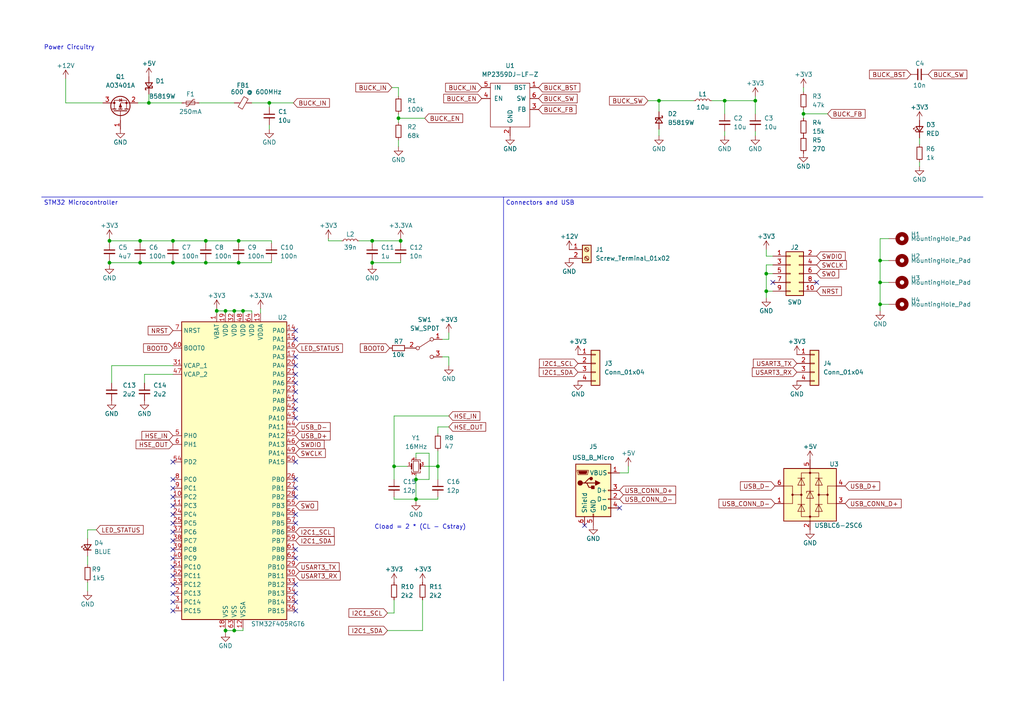
<source format=kicad_sch>
(kicad_sch (version 20230121) (generator eeschema)
  (paper "A4")
  (title_block (title "STM32F4 Test Board") (date "2020-09-25") (rev "2.0") (company "Phil's Lab"))
  (lib_symbols
    (symbol "Connector:Screw_Terminal_01x02" (pin_names (offset 1.016) hide)
      (property "Reference" "J" (at 0 2.54 0))
      (property "Value" "Screw_Terminal_01x02" (at 0 -5.08 0))
      (symbol "Screw_Terminal_01x02_1_1"
        (pin passive line (at -5.08 0 0) (length 3.81) (name "Pin_1") (number "1"))
        (pin passive line (at -5.08 -2.54 0) (length 3.81) (name "Pin_2") (number "2"))
      )
    )
    (symbol "Connector_Generic:Conn_01x04" (pin_names (offset 1.016) hide)
      (property "Reference" "J" (at 0 5.08 0))
      (property "Value" "Conn_01x04" (at 0 -7.62 0))
      (symbol "Conn_01x04_1_1"
        (pin passive line (at -5.08 2.54 0) (length 3.81) (name "Pin_1") (number "1"))
        (pin passive line (at -5.08 0 0) (length 3.81) (name "Pin_2") (number "2"))
        (pin passive line (at -5.08 -2.54 0) (length 3.81) (name "Pin_3") (number "3"))
        (pin passive line (at -5.08 -5.08 0) (length 3.81) (name "Pin_4") (number "4"))
      )
    )
    (symbol "Connector_Generic:Conn_02x05_Odd_Even" (pin_names (offset 1.016) hide)
      (property "Reference" "J" (at 1.27 7.62 0))
      (property "Value" "Conn_02x05_Odd_Even" (at 1.27 -7.62 0))
      (symbol "Conn_02x05_Odd_Even_1_1"
        (pin passive line (at -5.08 5.08 0) (length 3.81) (name "Pin_1") (number "1"))
        (pin passive line (at 7.62 -5.08 180) (length 3.81) (name "Pin_10") (number "10"))
        (pin passive line (at 7.62 5.08 180) (length 3.81) (name "Pin_2") (number "2"))
        (pin passive line (at -5.08 2.54 0) (length 3.81) (name "Pin_3") (number "3"))
        (pin passive line (at 7.62 2.54 180) (length 3.81) (name "Pin_4") (number "4"))
        (pin passive line (at -5.08 0 0) (length 3.81) (name "Pin_5") (number "5"))
        (pin passive line (at 7.62 0 180) (length 3.81) (name "Pin_6") (number "6"))
        (pin passive line (at -5.08 -2.54 0) (length 3.81) (name "Pin_7") (number "7"))
        (pin passive line (at 7.62 -2.54 180) (length 3.81) (name "Pin_8") (number "8"))
        (pin passive line (at -5.08 -5.08 0) (length 3.81) (name "Pin_9") (number "9"))
      )
    )
    (symbol "Device:C_Small" (pin_numbers hide) (pin_names (offset 0.254) hide)
      (property "Reference" "C" (at 0.254 1.778 0))
      (property "Value" "C_Small" (at 0.254 -2.032 0))
      (symbol "C_Small_1_1"
        (pin passive line (at 0 2.54 270) (length 2.032) (name "~") (number "1"))
        (pin passive line (at 0 -2.54 90) (length 2.032) (name "~") (number "2"))
      )
    )
    (symbol "Device:Crystal_GND24_Small" (pin_names (offset 1.016) hide)
      (property "Reference" "Y" (at 1.27 4.445 0))
      (property "Value" "Crystal_GND24_Small" (at 1.27 2.54 0))
      (symbol "Crystal_GND24_Small_1_1"
        (pin passive line (at -2.54 0 0) (length 1.27) (name "1") (number "1"))
        (pin passive line (at 0 -2.54 90) (length 0.635) (name "2") (number "2"))
        (pin passive line (at 2.54 0 180) (length 1.27) (name "3") (number "3"))
        (pin passive line (at 0 2.54 270) (length 0.635) (name "4") (number "4"))
      )
    )
    (symbol "Device:D_Schottky_Small" (pin_numbers hide) (pin_names (offset 0.254) hide)
      (property "Reference" "D" (at -1.27 2.032 0))
      (property "Value" "D_Schottky_Small" (at -7.112 -2.032 0))
      (symbol "D_Schottky_Small_1_1"
        (pin passive line (at -2.54 0 0) (length 1.778) (name "K") (number "1"))
        (pin passive line (at 2.54 0 180) (length 1.778) (name "A") (number "2"))
      )
    )
    (symbol "Device:LED_Small" (pin_numbers hide) (pin_names (offset 0.254) hide)
      (property "Reference" "D" (at -1.27 3.175 0))
      (property "Value" "LED_Small" (at -4.445 -2.54 0))
      (symbol "LED_Small_1_1"
        (pin passive line (at -2.54 0 0) (length 1.778) (name "K") (number "1"))
        (pin passive line (at 2.54 0 180) (length 1.778) (name "A") (number "2"))
      )
    )
    (symbol "Device:L_Small" (pin_numbers hide) (pin_names (offset 0.254) hide)
      (property "Reference" "L" (at 0.762 1.016 0))
      (property "Value" "L_Small" (at 0.762 -1.016 0))
      (symbol "L_Small_1_1"
        (pin passive line (at 0 2.54 270) (length 0.508) (name "~") (number "1"))
        (pin passive line (at 0 -2.54 90) (length 0.508) (name "~") (number "2"))
      )
    )
    (symbol "Device:Polyfuse_Small" (pin_numbers hide) (pin_names (offset 0))
      (property "Reference" "F" (at -1.905 0 90))
      (property "Value" "Polyfuse_Small" (at 1.905 0 90))
      (symbol "Polyfuse_Small_1_1"
        (pin passive line (at 0 2.54 270) (length 0.635) (name "~") (number "1"))
        (pin passive line (at 0 -2.54 90) (length 0.635) (name "~") (number "2"))
      )
    )
    (symbol "Device:R_Small" (pin_numbers hide) (pin_names (offset 0.254) hide)
      (property "Reference" "R" (at 0.762 0.508 0))
      (property "Value" "R_Small" (at 0.762 -1.016 0))
      (symbol "R_Small_1_1"
        (pin passive line (at 0 2.54 270) (length 0.762) (name "~") (number "1"))
        (pin passive line (at 0 -2.54 90) (length 0.762) (name "~") (number "2"))
      )
    )
    (symbol "Mechanical:MountingHole_Pad" (pin_numbers hide) (pin_names (offset 1.016) hide)
      (property "Reference" "H" (at 0 6.35 0))
      (property "Value" "MountingHole_Pad" (at 0 4.445 0))
      (symbol "MountingHole_Pad_1_1"
        (pin input line (at 0 -2.54 90) (length 2.54) (name "1") (number "1"))
      )
    )
    (symbol "Power_Protection:USBLC6-2SC6" (pin_names hide)
      (property "Reference" "U" (at 2.54 8.89 0))
      (property "Value" "USBLC6-2SC6" (at 2.54 -8.89 0))
      (symbol "USBLC6-2SC6_1_1"
        (pin passive line (at -10.16 -2.54 0) (length 2.54) (name "I/O1") (number "1"))
        (pin passive line (at 0 -10.16 90) (length 2.54) (name "GND") (number "2"))
        (pin passive line (at 10.16 -2.54 180) (length 2.54) (name "I/O2") (number "3"))
        (pin passive line (at 10.16 2.54 180) (length 2.54) (name "I/O2") (number "4"))
        (pin passive line (at 0 10.16 270) (length 2.54) (name "VBUS") (number "5"))
        (pin passive line (at -10.16 2.54 0) (length 2.54) (name "I/O1") (number "6"))
      )
    )
    (symbol "STM32F4_REV2-rescue:+3.3V-power" (power) (pin_names (offset 0))
      (property "Value" "+3.3V-power" (at 0 3.556 0))
      (symbol "+3.3V-power_1_1"
        (pin power_in line (at 0 0 90) (length 0) hide (name "+3V3") (number "1"))
      )
    )
    (symbol "STM32F4_REV2-rescue:Ferrite_Bead_Small-Device" (pin_numbers hide) (pin_names (offset 0))
      (property "Reference" "FB" (at 1.905 1.27 0))
      (property "Value" "Device_Ferrite_Bead_Small" (at 1.905 -1.27 0))
      (symbol "Ferrite_Bead_Small-Device_1_1"
        (pin passive line (at 0 2.54 270) (length 1.27) (name "~") (number "1"))
        (pin passive line (at 0 -2.54 90) (length 1.27) (name "~") (number "2"))
      )
    )
    (symbol "STM32F4_REV2-rescue:MP2359DJ-LF-Z-SchmillipKiCADLibrary" (pin_names (offset 1.016))
      (property "Reference" "U" (at 0 9.525 0))
      (property "Value" "SchmillipKiCADLibrary_MP2359DJ-LF-Z" (at 10.16 -6.35 0))
      (symbol "MP2359DJ-LF-Z-SchmillipKiCADLibrary_1_1"
        (pin input line (at 8.255 6.35 180) (length 2.54) (name "BST") (number "1"))
        (pin power_in line (at 0 -7.62 90) (length 2.54) (name "GND") (number "2"))
        (pin input line (at 8.255 0 180) (length 2.54) (name "FB") (number "3"))
        (pin input line (at -8.255 3.175 0) (length 2.54) (name "EN") (number "4"))
        (pin power_in line (at -8.255 6.35 0) (length 2.54) (name "IN") (number "5"))
        (pin power_out line (at 8.255 3.175 180) (length 2.54) (name "SW") (number "6"))
      )
    )
    (symbol "STM32F4_REV2-rescue:STM32F405RGTx-MCU_ST_STM32F4"
      (property "Reference" "U" (at -15.24 44.45 0))
      (property "Value" "MCU_ST_STM32F4_STM32F405RGTx" (at 10.16 44.45 0))
      (symbol "STM32F405RGTx-MCU_ST_STM32F4_1_1"
        (pin power_in line (at -5.08 45.72 270) (length 2.54) (name "VBAT") (number "1"))
        (pin bidirectional line (at -17.78 -7.62 0) (length 2.54) (name "PC2") (number "10"))
        (pin bidirectional line (at -17.78 -10.16 0) (length 2.54) (name "PC3") (number "11"))
        (pin power_in line (at 2.54 -45.72 90) (length 2.54) (name "VSSA") (number "12"))
        (pin power_in line (at 7.62 45.72 270) (length 2.54) (name "VDDA") (number "13"))
        (pin bidirectional line (at 17.78 40.64 180) (length 2.54) (name "PA0") (number "14"))
        (pin bidirectional line (at 17.78 38.1 180) (length 2.54) (name "PA1") (number "15"))
        (pin bidirectional line (at 17.78 35.56 180) (length 2.54) (name "PA2") (number "16"))
        (pin bidirectional line (at 17.78 33.02 180) (length 2.54) (name "PA3") (number "17"))
        (pin power_in line (at -2.54 -45.72 90) (length 2.54) (name "VSS") (number "18"))
        (pin power_in line (at -2.54 45.72 270) (length 2.54) (name "VDD") (number "19"))
        (pin bidirectional line (at -17.78 -35.56 0) (length 2.54) (name "PC13") (number "2"))
        (pin bidirectional line (at 17.78 30.48 180) (length 2.54) (name "PA4") (number "20"))
        (pin bidirectional line (at 17.78 27.94 180) (length 2.54) (name "PA5") (number "21"))
        (pin bidirectional line (at 17.78 25.4 180) (length 2.54) (name "PA6") (number "22"))
        (pin bidirectional line (at 17.78 22.86 180) (length 2.54) (name "PA7") (number "23"))
        (pin bidirectional line (at -17.78 -12.7 0) (length 2.54) (name "PC4") (number "24"))
        (pin bidirectional line (at -17.78 -15.24 0) (length 2.54) (name "PC5") (number "25"))
        (pin bidirectional line (at 17.78 -2.54 180) (length 2.54) (name "PB0") (number "26"))
        (pin bidirectional line (at 17.78 -5.08 180) (length 2.54) (name "PB1") (number "27"))
        (pin bidirectional line (at 17.78 -7.62 180) (length 2.54) (name "PB2") (number "28"))
        (pin bidirectional line (at 17.78 -27.94 180) (length 2.54) (name "PB10") (number "29"))
        (pin bidirectional line (at -17.78 -38.1 0) (length 2.54) (name "PC14") (number "3"))
        (pin bidirectional line (at 17.78 -30.48 180) (length 2.54) (name "PB11") (number "30"))
        (pin power_in line (at -17.78 30.48 0) (length 2.54) (name "VCAP_1") (number "31"))
        (pin power_in line (at 0 45.72 270) (length 2.54) (name "VDD") (number "32"))
        (pin bidirectional line (at 17.78 -33.02 180) (length 2.54) (name "PB12") (number "33"))
        (pin bidirectional line (at 17.78 -35.56 180) (length 2.54) (name "PB13") (number "34"))
        (pin bidirectional line (at 17.78 -38.1 180) (length 2.54) (name "PB14") (number "35"))
        (pin bidirectional line (at 17.78 -40.64 180) (length 2.54) (name "PB15") (number "36"))
        (pin bidirectional line (at -17.78 -17.78 0) (length 2.54) (name "PC6") (number "37"))
        (pin bidirectional line (at -17.78 -20.32 0) (length 2.54) (name "PC7") (number "38"))
        (pin bidirectional line (at -17.78 -22.86 0) (length 2.54) (name "PC8") (number "39"))
        (pin bidirectional line (at -17.78 -40.64 0) (length 2.54) (name "PC15") (number "4"))
        (pin bidirectional line (at -17.78 -25.4 0) (length 2.54) (name "PC9") (number "40"))
        (pin bidirectional line (at 17.78 20.32 180) (length 2.54) (name "PA8") (number "41"))
        (pin bidirectional line (at 17.78 17.78 180) (length 2.54) (name "PA9") (number "42"))
        (pin bidirectional line (at 17.78 15.24 180) (length 2.54) (name "PA10") (number "43"))
        (pin bidirectional line (at 17.78 12.7 180) (length 2.54) (name "PA11") (number "44"))
        (pin bidirectional line (at 17.78 10.16 180) (length 2.54) (name "PA12") (number "45"))
        (pin bidirectional line (at 17.78 7.62 180) (length 2.54) (name "PA13") (number "46"))
        (pin power_in line (at -17.78 27.94 0) (length 2.54) (name "VCAP_2") (number "47"))
        (pin power_in line (at 2.54 45.72 270) (length 2.54) (name "VDD") (number "48"))
        (pin bidirectional line (at 17.78 5.08 180) (length 2.54) (name "PA14") (number "49"))
        (pin input line (at -17.78 10.16 0) (length 2.54) (name "PH0") (number "5"))
        (pin bidirectional line (at 17.78 2.54 180) (length 2.54) (name "PA15") (number "50"))
        (pin bidirectional line (at -17.78 -27.94 0) (length 2.54) (name "PC10") (number "51"))
        (pin bidirectional line (at -17.78 -30.48 0) (length 2.54) (name "PC11") (number "52"))
        (pin bidirectional line (at -17.78 -33.02 0) (length 2.54) (name "PC12") (number "53"))
        (pin bidirectional line (at -17.78 2.54 0) (length 2.54) (name "PD2") (number "54"))
        (pin bidirectional line (at 17.78 -10.16 180) (length 2.54) (name "PB3") (number "55"))
        (pin bidirectional line (at 17.78 -12.7 180) (length 2.54) (name "PB4") (number "56"))
        (pin bidirectional line (at 17.78 -15.24 180) (length 2.54) (name "PB5") (number "57"))
        (pin bidirectional line (at 17.78 -17.78 180) (length 2.54) (name "PB6") (number "58"))
        (pin bidirectional line (at 17.78 -20.32 180) (length 2.54) (name "PB7") (number "59"))
        (pin input line (at -17.78 7.62 0) (length 2.54) (name "PH1") (number "6"))
        (pin input line (at -17.78 35.56 0) (length 2.54) (name "BOOT0") (number "60"))
        (pin bidirectional line (at 17.78 -22.86 180) (length 2.54) (name "PB8") (number "61"))
        (pin bidirectional line (at 17.78 -25.4 180) (length 2.54) (name "PB9") (number "62"))
        (pin power_in line (at 0 -45.72 90) (length 2.54) (name "VSS") (number "63"))
        (pin power_in line (at 5.08 45.72 270) (length 2.54) (name "VDD") (number "64"))
        (pin input line (at -17.78 40.64 0) (length 2.54) (name "NRST") (number "7"))
        (pin bidirectional line (at -17.78 -2.54 0) (length 2.54) (name "PC0") (number "8"))
        (pin bidirectional line (at -17.78 -5.08 0) (length 2.54) (name "PC1") (number "9"))
      )
    )
    (symbol "STM32F4_REV2-rescue:USB_B_Micro-Connector" (pin_names (offset 1.016))
      (property "Reference" "J" (at -5.08 11.43 0))
      (property "Value" "Connector_USB_B_Micro" (at -5.08 8.89 0))
      (symbol "USB_B_Micro-Connector_1_1"
        (pin power_out line (at 7.62 5.08 180) (length 2.54) (name "VBUS") (number "1"))
        (pin passive line (at 7.62 -2.54 180) (length 2.54) (name "D-") (number "2"))
        (pin passive line (at 7.62 0 180) (length 2.54) (name "D+") (number "3"))
        (pin passive line (at 7.62 -5.08 180) (length 2.54) (name "ID") (number "4"))
        (pin power_out line (at 0 -10.16 90) (length 2.54) (name "GND") (number "5"))
        (pin passive line (at -2.54 -10.16 90) (length 2.54) (name "Shield") (number "6"))
      )
    )
    (symbol "Switch:SW_SPDT" (pin_names (offset 0) hide)
      (property "Reference" "SW" (at 0 4.318 0))
      (property "Value" "SW_SPDT" (at 0 -5.08 0))
      (symbol "SW_SPDT_1_1"
        (pin passive line (at 5.08 2.54 180) (length 2.54) (name "A") (number "1"))
        (pin passive line (at -5.08 0 0) (length 2.54) (name "B") (number "2"))
        (pin passive line (at 5.08 -2.54 180) (length 2.54) (name "C") (number "3"))
      )
    )
    (symbol "Transistor_FET:AO3401A" (pin_names hide)
      (property "Reference" "Q" (at 5.08 1.905 0))
      (property "Value" "AO3401A" (at 5.08 0 0))
      (symbol "AO3401A_1_1"
        (pin input line (at -5.08 0 0) (length 2.54) (name "G") (number "1"))
        (pin passive line (at 2.54 -5.08 90) (length 2.54) (name "S") (number "2"))
        (pin passive line (at 2.54 5.08 270) (length 2.54) (name "D") (number "3"))
      )
    )
    (symbol "power:+12V" (power) (pin_names (offset 0))
      (property "Value" "+12V" (at 0 3.556 0))
      (symbol "+12V_1_1"
        (pin power_in line (at 0 0 90) (length 0) hide (name "+12V") (number "1"))
      )
    )
    (symbol "power:+3.3VA" (power) (pin_names (offset 0))
      (property "Value" "+3.3VA" (at 0 3.556 0))
      (symbol "+3.3VA_1_1"
        (pin power_in line (at 0 0 90) (length 0) hide (name "+3.3VA") (number "1"))
      )
    )
    (symbol "power:+5V" (power) (pin_names (offset 0))
      (property "Value" "+5V" (at 0 3.556 0))
      (symbol "+5V_1_1"
        (pin power_in line (at 0 0 90) (length 0) hide (name "+5V") (number "1"))
      )
    )
    (symbol "power:GND" (power) (pin_names (offset 0))
      (property "Value" "GND" (at 0 -3.81 0))
      (symbol "GND_1_1"
        (pin power_in line (at 0 0 270) (length 0) hide (name "GND") (number "1"))
      )
    )
  )
  (junction (at 107.95 76.2))
  (junction (at 191.135 29.21))
  (junction (at 219.075 29.21))
  (junction (at 255.27 75.565))
  (junction (at 120.65 144.78))
  (junction (at 50.165 76.2))
  (junction (at 65.405 182.88))
  (junction (at 127 135.255))
  (junction (at 50.165 69.85))
  (junction (at 69.215 76.2))
  (junction (at 233.045 33.02))
  (junction (at 67.945 90.17))
  (junction (at 31.75 69.85))
  (junction (at 43.18 29.845))
  (junction (at 65.405 90.17))
  (junction (at 107.95 69.85))
  (junction (at 222.25 79.375))
  (junction (at 120.65 139.065))
  (junction (at 59.69 69.85))
  (junction (at 116.205 69.85))
  (junction (at 40.64 76.2))
  (junction (at 69.215 69.85))
  (junction (at 114.3 135.255))
  (junction (at 115.57 34.29))
  (junction (at 255.27 81.915))
  (junction (at 40.64 69.85))
  (junction (at 222.25 84.455))
  (junction (at 31.75 76.2))
  (junction (at 62.865 90.17))
  (junction (at 67.945 182.88))
  (junction (at 78.105 29.845))
  (junction (at 59.69 76.2))
  (junction (at 70.485 90.17))
  (junction (at 255.27 88.265))
  (junction (at 210.185 29.21))
  (no_connect (at 85.725 111.125))
  (no_connect (at 50.165 151.765))
  (no_connect (at 50.165 159.385))
  (no_connect (at 85.725 144.145))
  (no_connect (at 50.165 177.165))
  (no_connect (at 85.725 172.085))
  (no_connect (at 50.165 164.465))
  (no_connect (at 85.725 169.545))
  (no_connect (at 50.165 167.005))
  (no_connect (at 85.725 133.985))
  (no_connect (at 85.725 149.225))
  (no_connect (at 169.545 152.4))
  (no_connect (at 85.725 95.885))
  (no_connect (at 50.165 149.225))
  (no_connect (at 85.725 161.925))
  (no_connect (at 50.165 169.545))
  (no_connect (at 85.725 98.425))
  (no_connect (at 236.855 81.915))
  (no_connect (at 85.725 141.605))
  (no_connect (at 85.725 116.205))
  (no_connect (at 85.725 151.765))
  (no_connect (at 50.165 172.085))
  (no_connect (at 85.725 159.385))
  (no_connect (at 50.165 133.985))
  (no_connect (at 85.725 121.285))
  (no_connect (at 50.165 156.845))
  (no_connect (at 50.165 174.625))
  (no_connect (at 85.725 106.045))
  (no_connect (at 50.165 154.305))
  (no_connect (at 85.725 108.585))
  (no_connect (at 85.725 113.665))
  (no_connect (at 224.155 81.915))
  (no_connect (at 85.725 139.065))
  (no_connect (at 50.165 144.145))
  (no_connect (at 85.725 177.165))
  (no_connect (at 179.705 147.32))
  (no_connect (at 50.165 146.685))
  (no_connect (at 50.165 161.925))
  (no_connect (at 50.165 141.605))
  (no_connect (at 85.725 118.745))
  (no_connect (at 85.725 103.505))
  (no_connect (at 50.165 139.065))
  (no_connect (at 85.725 174.625))
  (wire (pts (xy 31.75 76.2) (xy 31.75 75.565)))
  (wire (pts (xy 179.705 137.16) (xy 182.245 137.16)))
  (wire (pts (xy 115.57 35.56) (xy 115.57 34.29)))
  (wire (pts (xy 31.75 69.215) (xy 31.75 69.85)))
  (wire (pts (xy 123.19 34.29) (xy 115.57 34.29)))
  (wire (pts (xy 50.165 76.2) (xy 59.69 76.2)))
  (wire (pts (xy 32.385 106.045) (xy 50.165 106.045)))
  (wire (pts (xy 78.74 69.85) (xy 78.74 70.485)))
  (wire (pts (xy 65.405 90.17) (xy 67.945 90.17)))
  (wire (pts (xy 222.25 72.39) (xy 222.25 74.295)))
  (wire (pts (xy 257.81 88.265) (xy 255.27 88.265)))
  (wire (pts (xy 70.485 182.88) (xy 70.485 182.245)))
  (wire (pts (xy 59.69 76.2) (xy 69.215 76.2)))
  (wire (pts (xy 182.245 137.16) (xy 182.245 135.255)))
  (wire (pts (xy 257.81 81.915) (xy 255.27 81.915)))
  (wire (pts (xy 123.19 135.255) (xy 127 135.255)))
  (wire (pts (xy 19.05 22.86) (xy 19.05 29.845)))
  (wire (pts (xy 40.64 75.565) (xy 40.64 76.2)))
  (wire (pts (xy 266.7 41.91) (xy 266.7 40.005)))
  (wire (pts (xy 219.075 27.94) (xy 219.075 29.21)))
  (wire (pts (xy 255.27 88.265) (xy 255.27 81.915)))
  (wire (pts (xy 233.045 26.67) (xy 233.045 25.4)))
  (wire (pts (xy 113.665 25.4) (xy 115.57 25.4)))
  (wire (pts (xy 31.75 69.85) (xy 31.75 70.485)))
  (wire (pts (xy 219.075 33.02) (xy 219.075 29.21)))
  (wire (pts (xy 40.005 29.845) (xy 43.18 29.845)))
  (wire (pts (xy 27.94 153.67) (xy 25.4 153.67)))
  (wire (pts (xy 130.175 98.425) (xy 130.175 96.52)))
  (wire (pts (xy 114.3 135.255) (xy 118.11 135.255)))
  (wire (pts (xy 62.865 90.17) (xy 62.865 90.805)))
  (wire (pts (xy 31.75 69.85) (xy 40.64 69.85)))
  (wire (pts (xy 115.57 34.29) (xy 115.57 33.02)))
  (wire (pts (xy 29.845 29.845) (xy 19.05 29.845)))
  (wire (pts (xy 120.65 137.795) (xy 120.65 139.065)))
  (wire (pts (xy 59.69 70.485) (xy 59.69 69.85)))
  (wire (pts (xy 120.65 144.78) (xy 127 144.78)))
  (wire (pts (xy 65.405 182.88) (xy 65.405 182.245)))
  (wire (pts (xy 40.64 70.485) (xy 40.64 69.85)))
  (wire (pts (xy 107.95 76.835) (xy 107.95 76.2)))
  (wire (pts (xy 120.65 144.78) (xy 114.3 144.78)))
  (wire (pts (xy 107.95 70.485) (xy 107.95 69.85)))
  (wire (pts (xy 120.65 139.065) (xy 120.65 144.78)))
  (wire (pts (xy 130.175 106.045) (xy 130.175 103.505)))
  (wire (pts (xy 266.7 48.26) (xy 266.7 46.99)))
  (wire (pts (xy 32.385 111.125) (xy 32.385 106.045)))
  (wire (pts (xy 70.485 90.805) (xy 70.485 90.17)))
  (wire (pts (xy 191.135 39.37) (xy 191.135 37.465)))
  (wire (pts (xy 116.205 69.85) (xy 107.95 69.85)))
  (wire (pts (xy 67.945 182.88) (xy 70.485 182.88)))
  (wire (pts (xy 25.4 171.45) (xy 25.4 168.91)))
  (wire (pts (xy 233.045 33.02) (xy 233.045 31.75)))
  (wire (pts (xy 73.025 90.17) (xy 73.025 90.805)))
  (wire (pts (xy 70.485 90.17) (xy 73.025 90.17)))
  (wire (pts (xy 31.75 76.2) (xy 40.64 76.2)))
  (wire (pts (xy 219.075 29.21) (xy 210.185 29.21)))
  (wire (pts (xy 107.95 69.85) (xy 104.14 69.85)))
  (wire (pts (xy 210.185 33.02) (xy 210.185 29.21)))
  (wire (pts (xy 69.215 76.2) (xy 78.74 76.2)))
  (wire (pts (xy 120.65 145.415) (xy 120.65 144.78)))
  (wire (pts (xy 222.25 76.835) (xy 222.25 79.375)))
  (wire (pts (xy 122.555 182.88) (xy 122.555 173.99)))
  (wire (pts (xy 120.65 132.715) (xy 120.65 131.445)))
  (wire (pts (xy 130.175 123.825) (xy 127 123.825)))
  (wire (pts (xy 255.27 69.215) (xy 257.81 69.215)))
  (wire (pts (xy 25.4 153.67) (xy 25.4 156.21)))
  (wire (pts (xy 114.3 120.65) (xy 114.3 135.255)))
  (wire (pts (xy 69.215 70.485) (xy 69.215 69.85)))
  (wire (pts (xy 107.95 76.2) (xy 107.95 75.565)))
  (wire (pts (xy 62.865 89.535) (xy 62.865 90.17)))
  (wire (pts (xy 78.105 31.115) (xy 78.105 29.845)))
  (wire (pts (xy 114.3 139.065) (xy 114.3 135.255)))
  (wire (pts (xy 62.865 90.17) (xy 65.405 90.17)))
  (wire (pts (xy 124.46 131.445) (xy 124.46 139.065)))
  (wire (pts (xy 78.105 37.465) (xy 78.105 36.195)))
  (wire (pts (xy 191.135 32.385) (xy 191.135 29.21)))
  (wire (pts (xy 114.3 144.78) (xy 114.3 144.145)))
  (wire (pts (xy 120.65 131.445) (xy 124.46 131.445)))
  (wire (pts (xy 240.03 33.02) (xy 233.045 33.02)))
  (wire (pts (xy 41.91 111.125) (xy 41.91 108.585)))
  (wire (pts (xy 191.135 29.21) (xy 187.96 29.21)))
  (wire (pts (xy 233.045 33.02) (xy 233.045 34.29)))
  (wire (pts (xy 95.25 69.85) (xy 99.06 69.85)))
  (wire (pts (xy 222.25 79.375) (xy 222.25 84.455)))
  (wire (pts (xy 52.705 29.845) (xy 43.18 29.845)))
  (wire (pts (xy 255.27 75.565) (xy 255.27 69.215)))
  (wire (pts (xy 127 139.065) (xy 127 135.255)))
  (wire (pts (xy 127 123.825) (xy 127 125.73)))
  (wire (pts (xy 115.57 42.545) (xy 115.57 40.64)))
  (wire (pts (xy 69.215 75.565) (xy 69.215 76.2)))
  (wire (pts (xy 112.395 177.8) (xy 114.3 177.8)))
  (wire (pts (xy 67.945 90.17) (xy 70.485 90.17)))
  (wire (pts (xy 65.405 183.515) (xy 65.405 182.88)))
  (wire (pts (xy 114.3 120.65) (xy 130.175 120.65)))
  (wire (pts (xy 43.18 27.305) (xy 43.18 29.845)))
  (wire (pts (xy 114.3 177.8) (xy 114.3 173.99)))
  (wire (pts (xy 112.395 182.88) (xy 122.555 182.88)))
  (wire (pts (xy 65.405 90.805) (xy 65.405 90.17)))
  (wire (pts (xy 115.57 25.4) (xy 115.57 27.94)))
  (wire (pts (xy 40.64 76.2) (xy 50.165 76.2)))
  (wire (pts (xy 116.205 69.215) (xy 116.205 69.85)))
  (wire (pts (xy 255.27 90.17) (xy 255.27 88.265)))
  (wire (pts (xy 57.785 29.845) (xy 67.945 29.845)))
  (polyline (pts (xy 146.05 57.15) (xy 146.05 197.485)))
  (wire (pts (xy 78.105 29.845) (xy 73.025 29.845)))
  (wire (pts (xy 85.09 29.845) (xy 78.105 29.845)))
  (wire (pts (xy 222.25 74.295) (xy 224.155 74.295)))
  (wire (pts (xy 95.25 69.215) (xy 95.25 69.85)))
  (wire (pts (xy 67.945 182.245) (xy 67.945 182.88)))
  (wire (pts (xy 210.185 29.21) (xy 206.375 29.21)))
  (wire (pts (xy 224.155 84.455) (xy 222.25 84.455)))
  (wire (pts (xy 201.295 29.21) (xy 191.135 29.21)))
  (wire (pts (xy 25.4 163.83) (xy 25.4 161.29)))
  (wire (pts (xy 41.91 108.585) (xy 50.165 108.585)))
  (wire (pts (xy 222.25 84.455) (xy 222.25 86.36)))
  (wire (pts (xy 210.185 39.37) (xy 210.185 38.1)))
  (wire (pts (xy 128.27 98.425) (xy 130.175 98.425)))
  (wire (pts (xy 50.165 69.85) (xy 59.69 69.85)))
  (wire (pts (xy 75.565 89.535) (xy 75.565 90.805)))
  (wire (pts (xy 69.215 69.85) (xy 78.74 69.85)))
  (polyline (pts (xy 12.065 57.15) (xy 285.115 57.15)))
  (wire (pts (xy 127 144.78) (xy 127 144.145)))
  (wire (pts (xy 59.69 69.85) (xy 69.215 69.85)))
  (wire (pts (xy 50.165 70.485) (xy 50.165 69.85)))
  (wire (pts (xy 31.75 76.835) (xy 31.75 76.2)))
  (wire (pts (xy 127 130.81) (xy 127 135.255)))
  (wire (pts (xy 130.175 103.505) (xy 128.27 103.505)))
  (wire (pts (xy 116.205 70.485) (xy 116.205 69.85)))
  (wire (pts (xy 255.27 81.915) (xy 255.27 75.565)))
  (wire (pts (xy 219.075 39.37) (xy 219.075 38.1)))
  (wire (pts (xy 65.405 182.88) (xy 67.945 182.88)))
  (wire (pts (xy 40.64 69.85) (xy 50.165 69.85)))
  (wire (pts (xy 67.945 90.805) (xy 67.945 90.17)))
  (wire (pts (xy 257.81 75.565) (xy 255.27 75.565)))
  (wire (pts (xy 50.165 75.565) (xy 50.165 76.2)))
  (wire (pts (xy 224.155 79.375) (xy 222.25 79.375)))
  (wire (pts (xy 124.46 139.065) (xy 120.65 139.065)))
  (wire (pts (xy 107.95 76.2) (xy 116.205 76.2)))
  (wire (pts (xy 78.74 76.2) (xy 78.74 75.565)))
  (wire (pts (xy 116.205 76.2) (xy 116.205 75.565)))
  (wire (pts (xy 59.69 75.565) (xy 59.69 76.2)))
  (wire (pts (xy 224.155 76.835) (xy 222.25 76.835)))
  (text "Power Circuitry" (at 12.7 14.605 0) (effects (font (size 1.27 1.27)) (justify left bottom)))
  (text "Cload = 2 * (CL - Cstray)" (at 108.585 153.67 0) (effects (font (size 1.27 1.27)) (justify left bottom)))
  (text "Connectors and USB" (at 146.685 59.69 0) (effects (font (size 1.27 1.27)) (justify left bottom)))
  (text "STM32 Microcontroller" (at 12.7 59.69 0) (effects (font (size 1.27 1.27)) (justify left bottom)))
  (global_label "SWCLK" (shape input) (at 236.855 76.835 0) (property "Intersheetrefs" "${INTERSHEET_REFS}" (effects hide)))
  (global_label "I2C1_SDA" (shape input) (at 85.725 156.845 0) (property "Intersheetrefs" "${INTERSHEET_REFS}" (effects hide)))
  (global_label "HSE_OUT" (shape input) (at 50.165 128.905 180) (property "Intersheetrefs" "${INTERSHEET_REFS}" (effects hide)))
  (global_label "BUCK_IN" (shape input) (at 139.7 25.4 180) (property "Intersheetrefs" "${INTERSHEET_REFS}" (effects hide)))
  (global_label "USB_CONN_D+" (shape input) (at 245.11 146.05 0) (property "Intersheetrefs" "${INTERSHEET_REFS}" (effects hide)))
  (global_label "I2C1_SCL" (shape input) (at 85.725 154.305 0) (property "Intersheetrefs" "${INTERSHEET_REFS}" (effects hide)))
  (global_label "USB_CONN_D+" (shape input) (at 179.705 142.24 0) (property "Intersheetrefs" "${INTERSHEET_REFS}" (effects hide)))
  (global_label "BUCK_EN" (shape input) (at 139.7 28.575 180) (property "Intersheetrefs" "${INTERSHEET_REFS}" (effects hide)))
  (global_label "BUCK_IN" (shape input) (at 85.09 29.845 0) (property "Intersheetrefs" "${INTERSHEET_REFS}" (effects hide)))
  (global_label "BOOT0" (shape input) (at 50.165 100.965 180) (property "Intersheetrefs" "${INTERSHEET_REFS}" (effects hide)))
  (global_label "SWDIO" (shape input) (at 236.855 74.295 0) (property "Intersheetrefs" "${INTERSHEET_REFS}" (effects hide)))
  (global_label "USB_D-" (shape input) (at 224.79 140.97 180) (property "Intersheetrefs" "${INTERSHEET_REFS}" (effects hide)))
  (global_label "USART3_RX" (shape input) (at 85.725 167.005 0) (property "Intersheetrefs" "${INTERSHEET_REFS}" (effects hide)))
  (global_label "BUCK_SW" (shape input) (at 269.24 21.59 0) (property "Intersheetrefs" "${INTERSHEET_REFS}" (effects hide)))
  (global_label "I2C1_SCL" (shape input) (at 112.395 177.8 180) (property "Intersheetrefs" "${INTERSHEET_REFS}" (effects hide)))
  (global_label "SWO" (shape input) (at 85.725 146.685 0) (property "Intersheetrefs" "${INTERSHEET_REFS}" (effects hide)))
  (global_label "USB_D+" (shape input) (at 245.11 140.97 0) (property "Intersheetrefs" "${INTERSHEET_REFS}" (effects hide)))
  (global_label "I2C1_SDA" (shape input) (at 112.395 182.88 180) (property "Intersheetrefs" "${INTERSHEET_REFS}" (effects hide)))
  (global_label "SWO" (shape input) (at 236.855 79.375 0) (property "Intersheetrefs" "${INTERSHEET_REFS}" (effects hide)))
  (global_label "BUCK_IN" (shape input) (at 113.665 25.4 180) (property "Intersheetrefs" "${INTERSHEET_REFS}" (effects hide)))
  (global_label "HSE_IN" (shape input) (at 130.175 120.65 0) (property "Intersheetrefs" "${INTERSHEET_REFS}" (effects hide)))
  (global_label "BUCK_EN" (shape input) (at 123.19 34.29 0) (property "Intersheetrefs" "${INTERSHEET_REFS}" (effects hide)))
  (global_label "BUCK_SW" (shape input) (at 187.96 29.21 180) (property "Intersheetrefs" "${INTERSHEET_REFS}" (effects hide)))
  (global_label "I2C1_SDA" (shape input) (at 167.64 107.95 180) (property "Intersheetrefs" "${INTERSHEET_REFS}" (effects hide)))
  (global_label "BOOT0" (shape input) (at 113.03 100.965 180) (property "Intersheetrefs" "${INTERSHEET_REFS}" (effects hide)))
  (global_label "LED_STATUS" (shape input) (at 85.725 100.965 0) (property "Intersheetrefs" "${INTERSHEET_REFS}" (effects hide)))
  (global_label "USART3_RX" (shape input) (at 231.14 107.95 180) (property "Intersheetrefs" "${INTERSHEET_REFS}" (effects hide)))
  (global_label "I2C1_SCL" (shape input) (at 167.64 105.41 180) (property "Intersheetrefs" "${INTERSHEET_REFS}" (effects hide)))
  (global_label "HSE_OUT" (shape input) (at 130.175 123.825 0) (property "Intersheetrefs" "${INTERSHEET_REFS}" (effects hide)))
  (global_label "BUCK_BST" (shape input) (at 264.16 21.59 180) (property "Intersheetrefs" "${INTERSHEET_REFS}" (effects hide)))
  (global_label "USB_D+" (shape input) (at 85.725 126.365 0) (property "Intersheetrefs" "${INTERSHEET_REFS}" (effects hide)))
  (global_label "LED_STATUS" (shape input) (at 27.94 153.67 0) (property "Intersheetrefs" "${INTERSHEET_REFS}" (effects hide)))
  (global_label "BUCK_FB" (shape input) (at 240.03 33.02 0) (property "Intersheetrefs" "${INTERSHEET_REFS}" (effects hide)))
  (global_label "USART3_TX" (shape input) (at 231.14 105.41 180) (property "Intersheetrefs" "${INTERSHEET_REFS}" (effects hide)))
  (global_label "SWCLK" (shape input) (at 85.725 131.445 0) (property "Intersheetrefs" "${INTERSHEET_REFS}" (effects hide)))
  (global_label "USB_D-" (shape input) (at 85.725 123.825 0) (property "Intersheetrefs" "${INTERSHEET_REFS}" (effects hide)))
  (global_label "NRST" (shape input) (at 236.855 84.455 0) (property "Intersheetrefs" "${INTERSHEET_REFS}" (effects hide)))
  (global_label "BUCK_SW" (shape input) (at 156.21 28.575 0) (property "Intersheetrefs" "${INTERSHEET_REFS}" (effects hide)))
  (global_label "NRST" (shape input) (at 50.165 95.885 180) (property "Intersheetrefs" "${INTERSHEET_REFS}" (effects hide)))
  (global_label "BUCK_FB" (shape input) (at 156.21 31.75 0) (property "Intersheetrefs" "${INTERSHEET_REFS}" (effects hide)))
  (global_label "USB_CONN_D-" (shape input) (at 224.79 146.05 180) (property "Intersheetrefs" "${INTERSHEET_REFS}" (effects hide)))
  (global_label "HSE_IN" (shape input) (at 50.165 126.365 180) (property "Intersheetrefs" "${INTERSHEET_REFS}" (effects hide)))
  (global_label "USART3_TX" (shape input) (at 85.725 164.465 0) (property "Intersheetrefs" "${INTERSHEET_REFS}" (effects hide)))
  (global_label "SWDIO" (shape input) (at 85.725 128.905 0) (property "Intersheetrefs" "${INTERSHEET_REFS}" (effects hide)))
  (global_label "USB_CONN_D-" (shape input) (at 179.705 144.78 0) (property "Intersheetrefs" "${INTERSHEET_REFS}" (effects hide)))
  (global_label "BUCK_BST" (shape input) (at 156.21 25.4 0) (property "Intersheetrefs" "${INTERSHEET_REFS}" (effects hide)))
  (symbol (lib_id "STM32F4_REV2-rescue:STM32F405RGTx-MCU_ST_STM32F4") (at 67.945 136.525 0) (unit 1)
    (property "Reference" "U2" (at 81.915 92.075 0))
    (property "Value" "STM32F405RGT6" (at 80.645 180.975 0))
    (property "Footprint" "Package_QFP:LQFP-64_10x10mm_P0.5mm" (effects hide))
    (property "Datasheet" "http://www.st.com/st-web-ui/static/active/en/resource/technical/document/datasheet/DM00037051.pdf" (effects hide))
    (property "LCSC Part #" "C15742" (effects hide))
  )
  (symbol (lib_id "power:GND") (at 65.405 183.515 0) (unit 1)
    (property "Reference" "#PWR042" (effects hide))
    (property "Value" "GND" (at 65.405 187.325 0))
  )
  (symbol (lib_id "STM32F4_REV2-rescue:+3.3V-power") (at 62.865 89.535 0) (unit 1)
    (property "Reference" "#PWR024" (effects hide))
    (property "Value" "+3.3V" (at 62.865 85.725 0))
  )
  (symbol (lib_id "power:+3.3VA") (at 75.565 89.535 0) (unit 1)
    (property "Reference" "#PWR025" (effects hide))
    (property "Value" "+3.3VA" (at 75.565 85.725 0))
  )
  (symbol (lib_id "Device:C_Small") (at 41.91 113.665 0) (unit 1)
    (property "Reference" "C14" (at 44.45 111.76 0) (effects (justify left)))
    (property "Value" "2u2" (at 44.45 114.3 0) (effects (justify left)))
    (property "Footprint" "Capacitor_SMD:C_0603_1608Metric" (effects hide))
    (property "LCSC Part #" "C23630" (effects hide))
  )
  (symbol (lib_id "Device:C_Small") (at 32.385 113.665 0) (unit 1)
    (property "Reference" "C13" (at 35.56 111.76 0) (effects (justify left)))
    (property "Value" "2u2" (at 35.56 114.3 0) (effects (justify left)))
    (property "Footprint" "Capacitor_SMD:C_0603_1608Metric" (effects hide))
    (property "LCSC Part #" "C23630" (effects hide))
  )
  (symbol (lib_id "power:GND") (at 41.91 116.205 0) (unit 1)
    (property "Reference" "#PWR033" (effects hide))
    (property "Value" "GND" (at 41.91 120.015 0))
  )
  (symbol (lib_id "power:GND") (at 32.385 116.205 0) (unit 1)
    (property "Reference" "#PWR032" (effects hide))
    (property "Value" "GND" (at 32.385 120.015 0))
  )
  (symbol (lib_id "Switch:SW_SPDT") (at 123.19 100.965 0) (unit 1)
    (property "Reference" "SW1" (at 123.19 92.71 0))
    (property "Value" "SW_SPDT" (at 123.19 95.25 0))
    (property "Footprint" "Button_Switch_SMD:SW_SPDT_PCM12" (effects hide))
  )
  (symbol (lib_id "Device:R_Small") (at 115.57 100.965 270) (unit 1)
    (property "Reference" "R7" (at 115.57 99.06 90))
    (property "Value" "10k" (at 115.57 102.87 90))
    (property "Footprint" "Resistor_SMD:R_0402_1005Metric" (effects hide))
    (property "LCSC Part #" "C25744" (effects hide))
  )
  (symbol (lib_id "STM32F4_REV2-rescue:+3.3V-power") (at 130.175 96.52 0) (unit 1)
    (property "Reference" "#PWR026" (effects hide))
    (property "Value" "+3.3V" (at 130.175 92.71 0))
  )
  (symbol (lib_id "power:GND") (at 130.175 106.045 0) (unit 1)
    (property "Reference" "#PWR029" (effects hide))
    (property "Value" "GND" (at 130.175 109.855 0))
  )
  (symbol (lib_id "Device:C_Small") (at 31.75 73.025 0) (unit 1)
    (property "Reference" "C5" (at 34.29 71.755 0) (effects (justify left)))
    (property "Value" "4u7" (at 34.29 74.295 0) (effects (justify left)))
    (property "Footprint" "Capacitor_SMD:C_0603_1608Metric" (effects hide))
    (property "LCSC Part #" "C19666" (effects hide))
  )
  (symbol (lib_id "Device:C_Small") (at 40.64 73.025 0) (unit 1)
    (property "Reference" "C6" (at 43.18 71.755 0) (effects (justify left)))
    (property "Value" "100n" (at 43.18 74.295 0) (effects (justify left)))
    (property "Footprint" "Capacitor_SMD:C_0402_1005Metric" (effects hide))
    (property "LCSC Part #" "C1525" (effects hide))
  )
  (symbol (lib_id "Device:C_Small") (at 50.165 73.025 0) (unit 1)
    (property "Reference" "C7" (at 52.705 71.755 0) (effects (justify left)))
    (property "Value" "100n" (at 52.705 74.295 0) (effects (justify left)))
    (property "Footprint" "Capacitor_SMD:C_0402_1005Metric" (effects hide))
    (property "LCSC Part #" "C1525" (effects hide))
  )
  (symbol (lib_id "Device:C_Small") (at 59.69 73.025 0) (unit 1)
    (property "Reference" "C8" (at 62.23 71.755 0) (effects (justify left)))
    (property "Value" "100n" (at 62.23 74.295 0) (effects (justify left)))
    (property "Footprint" "Capacitor_SMD:C_0402_1005Metric" (effects hide))
    (property "LCSC Part #" "C1525" (effects hide))
  )
  (symbol (lib_id "Device:C_Small") (at 69.215 73.025 0) (unit 1)
    (property "Reference" "C9" (at 71.755 71.755 0) (effects (justify left)))
    (property "Value" "100n" (at 71.755 74.295 0) (effects (justify left)))
    (property "Footprint" "Capacitor_SMD:C_0402_1005Metric" (effects hide))
    (property "LCSC Part #" "C1525" (effects hide))
  )
  (symbol (lib_id "Device:C_Small") (at 78.74 73.025 0) (unit 1)
    (property "Reference" "C10" (at 81.28 71.755 0) (effects (justify left)))
    (property "Value" "100n" (at 81.28 74.295 0) (effects (justify left)))
    (property "Footprint" "Capacitor_SMD:C_0402_1005Metric" (effects hide))
    (property "LCSC Part #" "C1525" (effects hide))
  )
  (symbol (lib_id "STM32F4_REV2-rescue:+3.3V-power") (at 31.75 69.215 0) (unit 1)
    (property "Reference" "#PWR015" (effects hide))
    (property "Value" "+3.3V" (at 31.75 65.405 0))
  )
  (symbol (lib_id "power:GND") (at 31.75 76.835 0) (unit 1)
    (property "Reference" "#PWR021" (effects hide))
    (property "Value" "GND" (at 31.75 80.645 0))
  )
  (symbol (lib_id "Device:L_Small") (at 101.6 69.85 90) (unit 1)
    (property "Reference" "L2" (at 101.6 67.945 90))
    (property "Value" "39n" (at 101.6 71.755 90))
    (property "Footprint" "Inductor_SMD:L_0402_1005Metric" (effects hide))
    (property "LCSC Part #" "C26443" (effects hide))
  )
  (symbol (lib_id "STM32F4_REV2-rescue:+3.3V-power") (at 95.25 69.215 0) (unit 1)
    (property "Reference" "#PWR016" (effects hide))
    (property "Value" "+3.3V" (at 95.25 65.405 0))
  )
  (symbol (lib_id "Device:C_Small") (at 107.95 73.025 0) (unit 1)
    (property "Reference" "C11" (at 110.49 71.755 0) (effects (justify left)))
    (property "Value" "1u" (at 110.49 74.295 0) (effects (justify left)))
    (property "Footprint" "Capacitor_SMD:C_0402_1005Metric" (effects hide))
    (property "LCSC Part #" "C52923" (effects hide))
  )
  (symbol (lib_id "Device:C_Small") (at 116.205 73.025 0) (unit 1)
    (property "Reference" "C12" (at 118.745 71.755 0) (effects (justify left)))
    (property "Value" "10n" (at 118.745 74.295 0) (effects (justify left)))
    (property "Footprint" "Capacitor_SMD:C_0402_1005Metric" (effects hide))
    (property "LCSC Part #" "C15195" (effects hide))
  )
  (symbol (lib_id "power:GND") (at 107.95 76.835 0) (unit 1)
    (property "Reference" "#PWR022" (effects hide))
    (property "Value" "GND" (at 107.95 80.645 0))
  )
  (symbol (lib_id "power:+3.3VA") (at 116.205 69.215 0) (unit 1)
    (property "Reference" "#PWR017" (effects hide))
    (property "Value" "+3.3VA" (at 116.205 65.405 0))
  )
  (symbol (lib_id "Device:Crystal_GND24_Small") (at 120.65 135.255 0) (unit 1)
    (property "Reference" "Y1" (at 119.38 127 0) (effects (justify left)))
    (property "Value" "16MHz" (at 117.475 129.54 0) (effects (justify left)))
    (property "Footprint" "Crystal:Crystal_SMD_3225-4Pin_3.2x2.5mm" (effects hide))
    (property "LCSC Part #" "C13738" (effects hide))
  )
  (symbol (lib_id "Device:C_Small") (at 127 141.605 0) (unit 1)
    (property "Reference" "C16" (at 129.54 139.7 0) (effects (justify left)))
    (property "Value" "12p" (at 129.54 142.24 0) (effects (justify left)))
    (property "Footprint" "Capacitor_SMD:C_0402_1005Metric" (effects hide))
    (property "LCSC Part #" "C1547" (effects hide))
  )
  (symbol (lib_id "Device:C_Small") (at 114.3 141.605 0) (unit 1)
    (property "Reference" "C15" (at 116.84 139.7 0) (effects (justify left)))
    (property "Value" "12p" (at 116.84 142.24 0) (effects (justify left)))
    (property "Footprint" "Capacitor_SMD:C_0402_1005Metric" (effects hide))
    (property "LCSC Part #" "C1547" (effects hide))
  )
  (symbol (lib_id "power:GND") (at 120.65 145.415 0) (unit 1)
    (property "Reference" "#PWR036" (effects hide))
    (property "Value" "GND" (at 120.65 149.225 0))
  )
  (symbol (lib_id "Device:R_Small") (at 127 128.27 0) (unit 1)
    (property "Reference" "R8" (at 128.905 127 0) (effects (justify left)))
    (property "Value" "47" (at 128.905 129.54 0) (effects (justify left)))
    (property "Footprint" "Resistor_SMD:R_0402_1005Metric" (effects hide))
    (property "LCSC Part #" "C25118" (effects hide))
  )
  (symbol (lib_id "Device:LED_Small") (at 25.4 158.75 90) (unit 1)
    (property "Reference" "D4" (at 27.305 157.48 90) (effects (justify right)))
    (property "Value" "BLUE" (at 27.305 160.02 90) (effects (justify right)))
    (property "Footprint" "LED_SMD:LED_0603_1608Metric" (effects hide))
    (property "LCSC Part #" "C72041" (effects hide))
  )
  (symbol (lib_id "Device:R_Small") (at 25.4 166.37 180) (unit 1)
    (property "Reference" "R9" (at 27.94 165.1 0))
    (property "Value" "1k5" (at 28.575 167.64 0))
    (property "Footprint" "Resistor_SMD:R_0603_1608Metric" (effects hide))
    (property "LCSC Part #" "C22843" (effects hide))
  )
  (symbol (lib_id "power:GND") (at 25.4 171.45 0) (unit 1)
    (property "Reference" "#PWR041" (effects hide))
    (property "Value" "GND" (at 25.4 175.26 0))
  )
  (symbol (lib_id "STM32F4_REV2-rescue:MP2359DJ-LF-Z-SchmillipKiCADLibrary") (at 147.955 31.75 0) (unit 1)
    (property "Reference" "U1" (at 147.955 19.05 0))
    (property "Value" "MP2359DJ-LF-Z" (at 147.955 21.59 0))
    (property "Footprint" "Package_TO_SOT_SMD:SOT-23-6" (effects hide))
    (property "LCSC Part #" "C14259" (effects hide))
  )
  (symbol (lib_id "power:GND") (at 147.955 39.37 0) (unit 1)
    (property "Reference" "#PWR08" (effects hide))
    (property "Value" "GND" (at 147.955 43.18 0))
  )
  (symbol (lib_id "power:+12V") (at 19.05 22.86 0) (unit 1)
    (property "Reference" "#PWR02" (effects hide))
    (property "Value" "+12V" (at 19.05 19.05 0))
  )
  (symbol (lib_id "Device:Polyfuse_Small") (at 55.245 29.845 270) (unit 1)
    (property "Reference" "F1" (at 55.245 27.305 90))
    (property "Value" "250mA" (at 55.245 32.385 90))
    (property "Footprint" "Fuse:Fuse_1206_3216Metric" (effects hide))
    (property "LCSC Part #" "C369159" (effects hide))
  )
  (symbol (lib_id "Transistor_FET:AO3401A") (at 34.925 32.385 90) (unit 1)
    (property "Reference" "Q1" (at 34.925 22.225 90))
    (property "Value" "AO3401A" (at 34.925 24.765 90))
    (property "Footprint" "Package_TO_SOT_SMD:SOT-23" (effects hide))
    (property "Datasheet" "http://www.aosmd.com/pdfs/datasheet/AO3401A.pdf" (effects hide))
    (property "LCSC Part #" "C15127" (effects hide))
  )
  (symbol (lib_id "power:GND") (at 34.925 37.465 0) (unit 1)
    (property "Reference" "#PWR05" (effects hide))
    (property "Value" "GND" (at 34.925 41.275 0))
  )
  (symbol (lib_id "STM32F4_REV2-rescue:Ferrite_Bead_Small-Device") (at 70.485 29.845 270) (unit 1)
    (property "Reference" "FB1" (at 70.485 24.765 90))
    (property "Value" "600 @ 600MHz" (at 74.295 26.67 90))
    (property "Footprint" "Inductor_SMD:L_0805_2012Metric" (effects hide))
    (property "LCSC Part #" "C1017" (effects hide))
  )
  (symbol (lib_id "Device:C_Small") (at 78.105 33.655 0) (unit 1)
    (property "Reference" "C1" (at 80.645 32.385 0) (effects (justify left)))
    (property "Value" "10u" (at 80.645 34.925 0) (effects (justify left)))
    (property "Footprint" "Capacitor_SMD:C_1206_3216Metric" (effects hide))
    (property "LCSC Part #" "C13585" (effects hide))
  )
  (symbol (lib_id "power:GND") (at 78.105 37.465 0) (unit 1)
    (property "Reference" "#PWR06" (effects hide))
    (property "Value" "GND" (at 78.105 41.275 0))
  )
  (symbol (lib_id "Device:R_Small") (at 115.57 30.48 0) (unit 1)
    (property "Reference" "R1" (at 118.11 29.21 0) (effects (justify left)))
    (property "Value" "100k" (at 118.11 31.75 0) (effects (justify left)))
    (property "Footprint" "Resistor_SMD:R_0603_1608Metric" (effects hide))
    (property "LCSC Part #" "C25803" (effects hide))
  )
  (symbol (lib_id "Device:R_Small") (at 115.57 38.1 0) (unit 1)
    (property "Reference" "R2" (at 118.11 36.83 0) (effects (justify left)))
    (property "Value" "68k" (at 118.11 39.37 0) (effects (justify left)))
    (property "Footprint" "Resistor_SMD:R_0603_1608Metric" (effects hide))
    (property "LCSC Part #" "C23231" (effects hide))
  )
  (symbol (lib_id "power:GND") (at 115.57 42.545 0) (unit 1)
    (property "Reference" "#PWR012" (effects hide))
    (property "Value" "GND" (at 115.57 46.355 0))
  )
  (symbol (lib_id "Device:C_Small") (at 266.7 21.59 270) (unit 1)
    (property "Reference" "C4" (at 265.43 18.415 90) (effects (justify left)))
    (property "Value" "10n" (at 264.795 24.765 90) (effects (justify left)))
    (property "Footprint" "Capacitor_SMD:C_0603_1608Metric" (effects hide))
    (property "LCSC Part #" "C57112" (effects hide))
  )
  (symbol (lib_id "Device:D_Schottky_Small") (at 191.135 34.925 270) (unit 1)
    (property "Reference" "D2" (at 193.675 33.02 90) (effects (justify left)))
    (property "Value" "B5819W" (at 193.675 35.56 90) (effects (justify left)))
    (property "Footprint" "Diode_SMD:D_SOD-123" (effects hide))
    (property "LCSC Part #" "C8598" (effects hide))
  )
  (symbol (lib_id "power:GND") (at 191.135 39.37 0) (unit 1)
    (property "Reference" "#PWR09" (effects hide))
    (property "Value" "GND" (at 191.135 43.18 0))
  )
  (symbol (lib_id "Device:L_Small") (at 203.835 29.21 90) (unit 1)
    (property "Reference" "L1" (at 203.835 27.305 90))
    (property "Value" "10u" (at 203.835 31.115 90))
    (property "Footprint" "Inductor_SMD:L_Sunlord_MWSA0518_5.4x5.2mm" (effects hide))
    (property "LCSC Part #" "C139506" (effects hide))
  )
  (symbol (lib_id "Device:C_Small") (at 210.185 35.56 0) (unit 1)
    (property "Reference" "C2" (at 212.725 34.29 0) (effects (justify left)))
    (property "Value" "10u" (at 212.725 36.83 0) (effects (justify left)))
    (property "Footprint" "Capacitor_SMD:C_1206_3216Metric" (effects hide))
    (property "LCSC Part #" "C13585" (effects hide))
  )
  (symbol (lib_id "power:GND") (at 210.185 39.37 0) (unit 1)
    (property "Reference" "#PWR010" (effects hide))
    (property "Value" "GND" (at 210.185 43.18 0))
  )
  (symbol (lib_id "Device:C_Small") (at 219.075 35.56 0) (unit 1)
    (property "Reference" "C3" (at 221.615 34.29 0) (effects (justify left)))
    (property "Value" "10u" (at 221.615 36.83 0) (effects (justify left)))
    (property "Footprint" "Capacitor_SMD:C_1206_3216Metric" (effects hide))
    (property "LCSC Part #" "C13585" (effects hide))
  )
  (symbol (lib_id "power:GND") (at 219.075 39.37 0) (unit 1)
    (property "Reference" "#PWR011" (effects hide))
    (property "Value" "GND" (at 219.075 43.18 0))
  )
  (symbol (lib_id "STM32F4_REV2-rescue:+3.3V-power") (at 219.075 27.94 0) (unit 1)
    (property "Reference" "#PWR04" (effects hide))
    (property "Value" "+3.3V" (at 219.075 24.13 0))
  )
  (symbol (lib_id "STM32F4_REV2-rescue:+3.3V-power") (at 233.045 25.4 0) (unit 1)
    (property "Reference" "#PWR03" (effects hide))
    (property "Value" "+3.3V" (at 233.045 21.59 0))
  )
  (symbol (lib_id "Device:R_Small") (at 233.045 29.21 0) (unit 1)
    (property "Reference" "R3" (at 235.585 27.94 0) (effects (justify left)))
    (property "Value" "47k" (at 235.585 30.48 0) (effects (justify left)))
    (property "Footprint" "Resistor_SMD:R_0603_1608Metric" (effects hide))
    (property "LCSC Part #" "C25819" (effects hide))
  )
  (symbol (lib_id "Device:R_Small") (at 233.045 36.83 0) (unit 1)
    (property "Reference" "R4" (at 235.585 35.56 0) (effects (justify left)))
    (property "Value" "15k" (at 235.585 38.1 0) (effects (justify left)))
    (property "Footprint" "Resistor_SMD:R_0603_1608Metric" (effects hide))
    (property "LCSC Part #" "C22809" (effects hide))
  )
  (symbol (lib_id "Device:R_Small") (at 233.045 41.91 0) (unit 1)
    (property "Reference" "R5" (at 235.585 40.64 0) (effects (justify left)))
    (property "Value" "270" (at 235.585 43.18 0) (effects (justify left)))
    (property "Footprint" "Resistor_SMD:R_0603_1608Metric" (effects hide))
    (property "LCSC Part #" "C22966" (effects hide))
  )
  (symbol (lib_id "power:GND") (at 233.045 44.45 0) (unit 1)
    (property "Reference" "#PWR013" (effects hide))
    (property "Value" "GND" (at 233.045 48.26 0))
  )
  (symbol (lib_id "Connector:Screw_Terminal_01x02") (at 170.18 72.39 0) (unit 1)
    (property "Reference" "J1" (at 172.72 72.39 0) (effects (justify left)))
    (property "Value" "Screw_Terminal_01x02" (at 172.72 74.93 0) (effects (justify left)))
    (property "Footprint" "TerminalBlock_Phoenix:TerminalBlock_Phoenix_PT-1,5-2-3.5-H_1x02_P3.50mm_Horizontal" (effects hide))
  )
  (symbol (lib_id "power:GND") (at 165.1 74.93 0) (unit 1)
    (property "Reference" "#PWR020" (effects hide))
    (property "Value" "GND" (at 165.1 78.74 0))
  )
  (symbol (lib_id "power:+12V") (at 165.1 72.39 0) (unit 1)
    (property "Reference" "#PWR018" (effects hide))
    (property "Value" "+12V" (at 165.1 68.58 0))
  )
  (symbol (lib_id "Connector_Generic:Conn_02x05_Odd_Even") (at 229.235 79.375 0) (unit 1)
    (property "Reference" "J2" (at 230.505 71.755 0))
    (property "Value" "SWD" (at 230.505 87.63 0))
    (property "Footprint" "Connector_PinHeader_1.27mm:PinHeader_2x05_P1.27mm_Vertical_SMD" (effects hide))
  )
  (symbol (lib_id "STM32F4_REV2-rescue:+3.3V-power") (at 222.25 72.39 0) (unit 1)
    (property "Reference" "#PWR019" (effects hide))
    (property "Value" "+3.3V" (at 222.25 68.58 0))
  )
  (symbol (lib_id "power:GND") (at 222.25 86.36 0) (unit 1)
    (property "Reference" "#PWR023" (effects hide))
    (property "Value" "GND" (at 222.25 90.17 0))
  )
  (symbol (lib_id "Device:R_Small") (at 114.3 171.45 0) (unit 1)
    (property "Reference" "R10" (at 116.205 170.18 0) (effects (justify left)))
    (property "Value" "2k2" (at 116.205 172.72 0) (effects (justify left)))
    (property "Footprint" "Resistor_SMD:R_0402_1005Metric" (effects hide))
    (property "LCSC Part #" "C25879" (effects hide))
  )
  (symbol (lib_id "Device:R_Small") (at 122.555 171.45 0) (unit 1)
    (property "Reference" "R11" (at 124.46 170.18 0) (effects (justify left)))
    (property "Value" "2k2" (at 124.46 172.72 0) (effects (justify left)))
    (property "Footprint" "Resistor_SMD:R_0402_1005Metric" (effects hide))
    (property "LCSC Part #" "C25879" (effects hide))
  )
  (symbol (lib_id "STM32F4_REV2-rescue:+3.3V-power") (at 114.3 168.91 0) (unit 1)
    (property "Reference" "#PWR039" (effects hide))
    (property "Value" "+3.3V" (at 114.3 165.1 0))
  )
  (symbol (lib_id "STM32F4_REV2-rescue:+3.3V-power") (at 122.555 168.91 0) (unit 1)
    (property "Reference" "#PWR040" (effects hide))
    (property "Value" "+3.3V" (at 122.555 165.1 0))
  )
  (symbol (lib_id "Connector_Generic:Conn_01x04") (at 172.72 105.41 0) (unit 1)
    (property "Reference" "J3" (at 175.26 105.41 0) (effects (justify left)))
    (property "Value" "Conn_01x04" (at 175.26 107.95 0) (effects (justify left)))
    (property "Footprint" "Connector_Molex:Molex_PicoBlade_53048-0410_1x04_P1.25mm_Horizontal" (effects hide))
  )
  (symbol (lib_id "STM32F4_REV2-rescue:+3.3V-power") (at 167.64 102.87 0) (unit 1)
    (property "Reference" "#PWR027" (effects hide))
    (property "Value" "+3.3V" (at 167.64 99.06 0))
  )
  (symbol (lib_id "power:GND") (at 167.64 110.49 0) (unit 1)
    (property "Reference" "#PWR030" (effects hide))
    (property "Value" "GND" (at 167.64 114.3 0))
  )
  (symbol (lib_id "Connector_Generic:Conn_01x04") (at 236.22 105.41 0) (unit 1)
    (property "Reference" "J4" (at 238.76 105.41 0) (effects (justify left)))
    (property "Value" "Conn_01x04" (at 238.76 107.95 0) (effects (justify left)))
    (property "Footprint" "Connector_Molex:Molex_PicoBlade_53048-0410_1x04_P1.25mm_Horizontal" (effects hide))
  )
  (symbol (lib_id "STM32F4_REV2-rescue:+3.3V-power") (at 231.14 102.87 0) (unit 1)
    (property "Reference" "#PWR028" (effects hide))
    (property "Value" "+3.3V" (at 231.14 99.06 0))
  )
  (symbol (lib_id "power:GND") (at 231.14 110.49 0) (unit 1)
    (property "Reference" "#PWR031" (effects hide))
    (property "Value" "GND" (at 231.14 114.3 0))
  )
  (symbol (lib_id "STM32F4_REV2-rescue:USB_B_Micro-Connector") (at 172.085 142.24 0) (unit 1)
    (property "Reference" "J5" (at 172.085 129.54 0))
    (property "Value" "USB_B_Micro" (at 172.085 132.715 0))
    (property "Footprint" "SchmillipKiCADLibrary:USB_MICRO_B_101181930001LF" (effects hide))
  )
  (symbol (lib_id "power:GND") (at 172.085 152.4 0) (unit 1)
    (property "Reference" "#PWR037" (effects hide))
    (property "Value" "GND" (at 172.085 156.21 0))
  )
  (symbol (lib_id "Power_Protection:USBLC6-2SC6") (at 234.95 143.51 0) (unit 1)
    (property "Reference" "U3" (at 241.935 134.62 0))
    (property "Value" "USBLC6-2SC6" (at 243.205 152.4 0))
    (property "Footprint" "Package_TO_SOT_SMD:SOT-23-6" (effects hide))
    (property "Datasheet" "https://www.st.com/resource/en/datasheet/usblc6-2.pdf" (effects hide))
    (property "LCSC Part #" "C7519" (effects hide))
  )
  (symbol (lib_id "Device:D_Schottky_Small") (at 43.18 24.765 90) (unit 1)
    (property "Reference" "D1" (at 45.085 23.495 90) (effects (justify right)))
    (property "Value" "B5819W" (at 43.18 27.94 90) (effects (justify right)))
    (property "Footprint" "Diode_SMD:D_SOD-123" (effects hide))
    (property "LCSC Part #" "C8598" (effects hide))
  )
  (symbol (lib_id "power:+5V") (at 43.18 22.225 0) (unit 1)
    (property "Reference" "#PWR01" (effects hide))
    (property "Value" "+5V" (at 43.18 18.415 0))
  )
  (symbol (lib_id "power:+5V") (at 182.245 135.255 0) (unit 1)
    (property "Reference" "#PWR035" (effects hide))
    (property "Value" "+5V" (at 182.245 131.445 0))
  )
  (symbol (lib_id "power:+5V") (at 234.95 133.35 0) (unit 1)
    (property "Reference" "#PWR034" (effects hide))
    (property "Value" "+5V" (at 234.95 129.54 0))
  )
  (symbol (lib_id "power:GND") (at 234.95 153.67 0) (unit 1)
    (property "Reference" "#PWR038" (effects hide))
    (property "Value" "GND" (at 234.95 157.48 0))
  )
  (symbol (lib_id "Device:LED_Small") (at 266.7 37.465 90) (unit 1)
    (property "Reference" "D3" (at 268.605 36.195 90) (effects (justify right)))
    (property "Value" "RED" (at 268.605 38.735 90) (effects (justify right)))
    (property "Footprint" "LED_SMD:LED_0603_1608Metric" (effects hide))
    (property "LCSC Part #" "C2286" (effects hide))
  )
  (symbol (lib_id "STM32F4_REV2-rescue:+3.3V-power") (at 266.7 34.925 0) (unit 1)
    (property "Reference" "#PWR07" (effects hide))
    (property "Value" "+3.3V" (at 266.7 31.115 0))
  )
  (symbol (lib_id "Device:R_Small") (at 266.7 44.45 180) (unit 1)
    (property "Reference" "R6" (at 269.875 43.18 0))
    (property "Value" "1k" (at 269.875 45.72 0))
    (property "Footprint" "Resistor_SMD:R_0603_1608Metric" (effects hide))
    (property "LCSC Part #" "C21190" (effects hide))
  )
  (symbol (lib_id "power:GND") (at 266.7 48.26 0) (unit 1)
    (property "Reference" "#PWR014" (effects hide))
    (property "Value" "GND" (at 266.7 52.07 0))
  )
  (symbol (lib_id "Mechanical:MountingHole_Pad") (at 260.35 69.215 270) (unit 1)
    (property "Reference" "H1" (at 264.16 67.945 90) (effects (justify left)))
    (property "Value" "MountingHole_Pad" (at 264.16 69.215 90) (effects (justify left)))
    (property "Footprint" "MountingHole:MountingHole_4.3mm_M4_Pad_Via" (effects hide))
  )
  (symbol (lib_id "Mechanical:MountingHole_Pad") (at 260.35 75.565 270) (unit 1)
    (property "Reference" "H2" (at 264.16 74.295 90) (effects (justify left)))
    (property "Value" "MountingHole_Pad" (at 264.16 75.565 90) (effects (justify left)))
    (property "Footprint" "MountingHole:MountingHole_4.3mm_M4_Pad_Via" (effects hide))
  )
  (symbol (lib_id "Mechanical:MountingHole_Pad") (at 260.35 81.915 270) (unit 1)
    (property "Reference" "H3" (at 264.16 80.645 90) (effects (justify left)))
    (property "Value" "MountingHole_Pad" (at 264.16 81.915 90) (effects (justify left)))
    (property "Footprint" "MountingHole:MountingHole_4.3mm_M4_Pad_Via" (effects hide))
  )
  (symbol (lib_id "Mechanical:MountingHole_Pad") (at 260.35 88.265 270) (unit 1)
    (property "Reference" "H4" (at 264.16 86.995 90) (effects (justify left)))
    (property "Value" "MountingHole_Pad" (at 264.16 88.265 90) (effects (justify left)))
    (property "Footprint" "MountingHole:MountingHole_4.3mm_M4_Pad_Via" (effects hide))
  )
  (symbol (lib_id "power:GND") (at 255.27 90.17 0) (unit 1)
    (property "Reference" "#PWR043" (effects hide))
    (property "Value" "GND" (at 255.27 93.98 0))
  )
)
</source>
